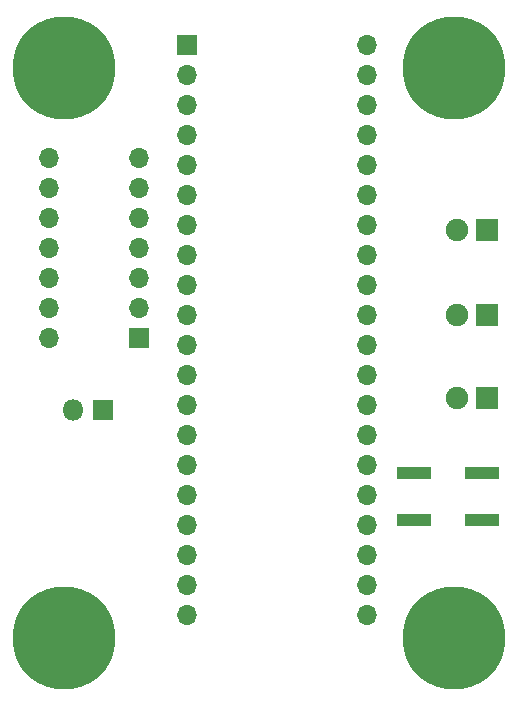
<source format=gbr>
G04 #@! TF.GenerationSoftware,KiCad,Pcbnew,(5.1.6)-1*
G04 #@! TF.CreationDate,2020-06-08T09:52:31+03:00*
G04 #@! TF.ProjectId,Z80,5a38302e-6b69-4636-9164-5f7063625858,rev?*
G04 #@! TF.SameCoordinates,Original*
G04 #@! TF.FileFunction,Soldermask,Top*
G04 #@! TF.FilePolarity,Negative*
%FSLAX46Y46*%
G04 Gerber Fmt 4.6, Leading zero omitted, Abs format (unit mm)*
G04 Created by KiCad (PCBNEW (5.1.6)-1) date 2020-06-08 09:52:31*
%MOMM*%
%LPD*%
G01*
G04 APERTURE LIST*
%ADD10C,1.900000*%
%ADD11R,1.900000X1.900000*%
%ADD12O,1.700000X1.700000*%
%ADD13R,1.700000X1.700000*%
%ADD14C,1.000000*%
%ADD15C,8.700000*%
%ADD16R,1.800000X1.800000*%
%ADD17O,1.800000X1.800000*%
%ADD18R,2.850000X1.100000*%
G04 APERTURE END LIST*
D10*
X77724000Y-56896000D03*
D11*
X80264000Y-56896000D03*
D10*
X77734160Y-64147700D03*
D11*
X80274160Y-64147700D03*
D10*
X77724000Y-71120000D03*
D11*
X80264000Y-71120000D03*
D12*
X70104000Y-41275000D03*
X54864000Y-89535000D03*
X70104000Y-43815000D03*
X54864000Y-86995000D03*
X70104000Y-46355000D03*
X54864000Y-84455000D03*
X70104000Y-48895000D03*
X54864000Y-81915000D03*
X70104000Y-51435000D03*
X54864000Y-79375000D03*
X70104000Y-53975000D03*
X54864000Y-76835000D03*
X70104000Y-56515000D03*
X54864000Y-74295000D03*
X70104000Y-59055000D03*
X54864000Y-71755000D03*
X70104000Y-61595000D03*
X54864000Y-69215000D03*
X70104000Y-64135000D03*
X54864000Y-66675000D03*
X70104000Y-66675000D03*
X54864000Y-64135000D03*
X70104000Y-69215000D03*
X54864000Y-61595000D03*
X70104000Y-71755000D03*
X54864000Y-59055000D03*
X70104000Y-74295000D03*
X54864000Y-56515000D03*
X70104000Y-76835000D03*
X54864000Y-53975000D03*
X70104000Y-79375000D03*
X54864000Y-51435000D03*
X70104000Y-81915000D03*
X54864000Y-48895000D03*
X70104000Y-84455000D03*
X54864000Y-46355000D03*
X70104000Y-86995000D03*
X54864000Y-43815000D03*
X70104000Y-89535000D03*
D13*
X54864000Y-41275000D03*
D12*
X43180000Y-66040000D03*
X50800000Y-50800000D03*
X43180000Y-63500000D03*
X50800000Y-53340000D03*
X43180000Y-60960000D03*
X50800000Y-55880000D03*
X43180000Y-58420000D03*
X50800000Y-58420000D03*
X43180000Y-55880000D03*
X50800000Y-60960000D03*
X43180000Y-53340000D03*
X50800000Y-63500000D03*
X43180000Y-50800000D03*
D13*
X50800000Y-66040000D03*
D14*
X79750419Y-89159581D03*
X77470000Y-88215000D03*
X75189581Y-89159581D03*
X74245000Y-91440000D03*
X75189581Y-93720419D03*
X77470000Y-94665000D03*
X79750419Y-93720419D03*
X80695000Y-91440000D03*
D15*
X77470000Y-91440000D03*
D14*
X79750419Y-40899581D03*
X77470000Y-39955000D03*
X75189581Y-40899581D03*
X74245000Y-43180000D03*
X75189581Y-45460419D03*
X77470000Y-46405000D03*
X79750419Y-45460419D03*
X80695000Y-43180000D03*
D15*
X77470000Y-43180000D03*
D14*
X46730419Y-89159581D03*
X44450000Y-88215000D03*
X42169581Y-89159581D03*
X41225000Y-91440000D03*
X42169581Y-93720419D03*
X44450000Y-94665000D03*
X46730419Y-93720419D03*
X47675000Y-91440000D03*
D15*
X44450000Y-91440000D03*
D14*
X46730419Y-40899581D03*
X44450000Y-39955000D03*
X42169581Y-40899581D03*
X41225000Y-43180000D03*
X42169581Y-45460419D03*
X44450000Y-46405000D03*
X46730419Y-45460419D03*
X47675000Y-43180000D03*
D15*
X44450000Y-43180000D03*
D16*
X47752000Y-72136000D03*
D17*
X45212000Y-72136000D03*
D18*
X74082000Y-81502000D03*
X79842000Y-81502000D03*
X79842000Y-77502000D03*
X74082000Y-77502000D03*
M02*

</source>
